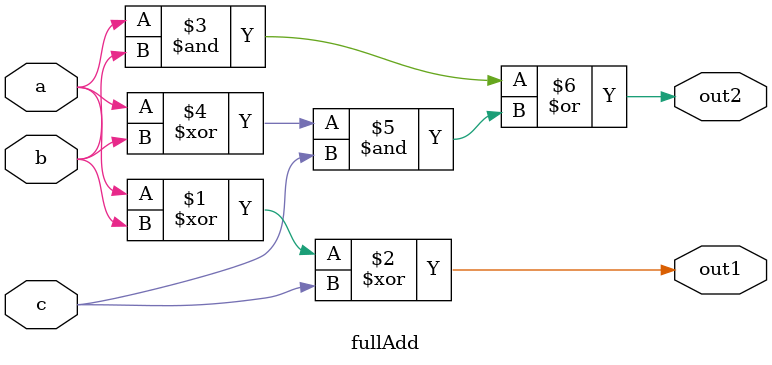
<source format=v>
`timescale 1ns / 1ps

module fullAdd(
    input a, b, c, // c: carry in
    output out1, out2 
);

assign out1 = (a^b)^c; // sum
assign out2 = (a&b) | ((a^b) & c); // carry out

endmodule

</source>
